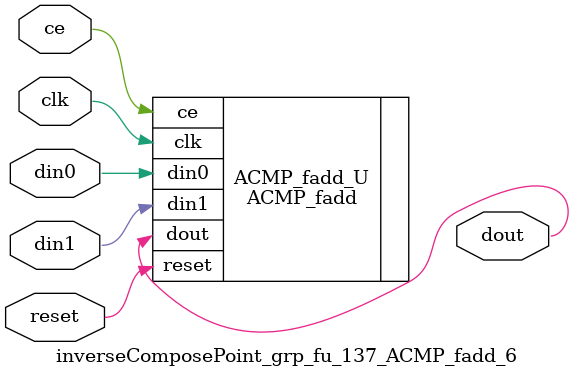
<source format=v>

`timescale 1 ns / 1 ps
module inverseComposePoint_grp_fu_137_ACMP_fadd_6(
    clk,
    reset,
    ce,
    din0,
    din1,
    dout);

parameter ID = 32'd1;
parameter NUM_STAGE = 32'd1;
parameter din0_WIDTH = 32'd1;
parameter din1_WIDTH = 32'd1;
parameter dout_WIDTH = 32'd1;
input clk;
input reset;
input ce;
input[din0_WIDTH - 1:0] din0;
input[din1_WIDTH - 1:0] din1;
output[dout_WIDTH - 1:0] dout;



ACMP_fadd #(
.ID( ID ),
.NUM_STAGE( 4 ),
.din0_WIDTH( din0_WIDTH ),
.din1_WIDTH( din1_WIDTH ),
.dout_WIDTH( dout_WIDTH ))
ACMP_fadd_U(
    .clk( clk ),
    .reset( reset ),
    .ce( ce ),
    .din0( din0 ),
    .din1( din1 ),
    .dout( dout ));

endmodule

</source>
